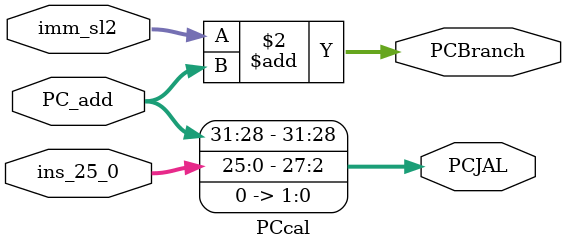
<source format=v>
module PCcal(PC_add,ins_25_0,imm_sl2,PCBranch,PCJAL);
input [31:0] PC_add;
input [25:0] ins_25_0;
input [17:0] imm_sl2;
output reg [31:0] PCBranch;
output reg [31:0] PCJAL;

always @(PC_add or ins_25_0 or imm_sl2)
begin
	PCBranch=imm_sl2+PC_add;
	PCJAL={PC_add[31:28],ins_25_0,2'b00};
end
endmodule

</source>
